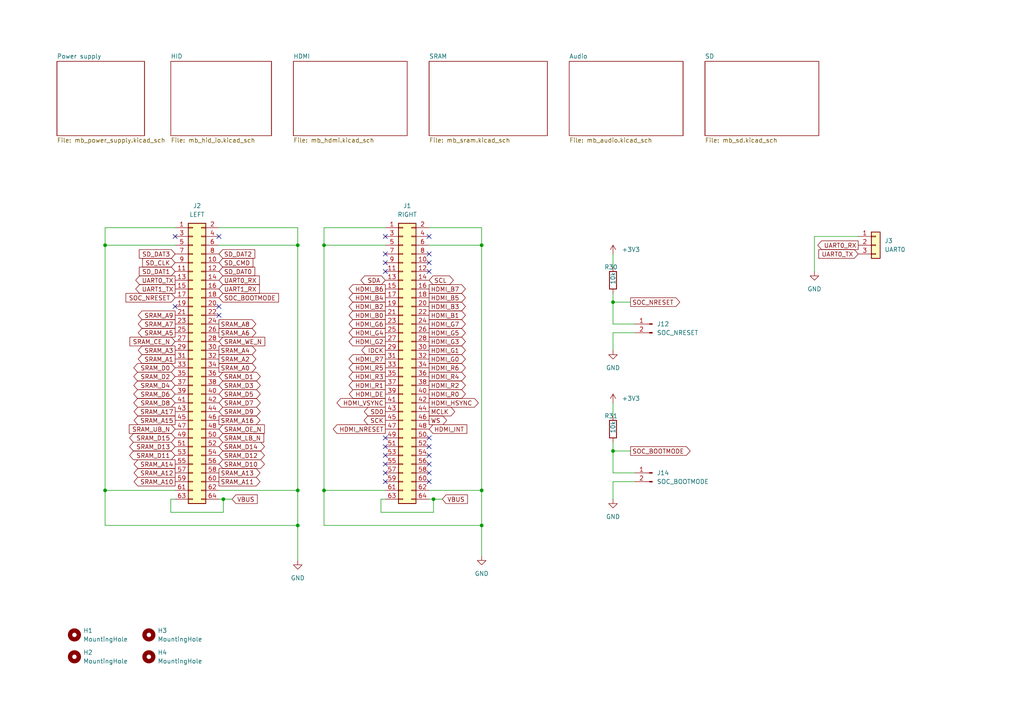
<source format=kicad_sch>
(kicad_sch (version 20211123) (generator eeschema)
  (paper "A4")
  (lib_symbols
    (symbol "Connector:Conn_01x02_Male" (pin_names (offset 1.016) hide)
      (property "Reference" "J" (at 0 2.54 0))
      (property "Value" "Conn_01x02_Male" (at 0 -5.08 0))
      (symbol "Conn_01x02_Male_1_1"
        (polyline (pts (xy 1.27 -2.54) (xy 0.8636 -2.54)) (stroke (width 0.1524)))
        (polyline (pts (xy 1.27 0) (xy 0.8636 0)) (stroke (width 0.1524)))
        (rectangle (start 0.8636 -2.413) (end 0 -2.667) (stroke (width 0.1524)) (fill (type outline)))
        (rectangle (start 0.8636 0.127) (end 0 -0.127) (stroke (width 0.1524)) (fill (type outline)))
        (pin passive line (at 5.08 0 180) (length 3.81) (name "Pin_1") (number "1"))
        (pin passive line (at 5.08 -2.54 180) (length 3.81) (name "Pin_2") (number "2"))
      )
    )
    (symbol "Connector_Generic:Conn_01x03" (pin_names (offset 1.016) hide)
      (property "Reference" "J" (at 0 5.08 0))
      (property "Value" "Conn_01x03" (at 0 -5.08 0))
      (symbol "Conn_01x03_1_1"
        (rectangle (start -1.27 -2.413) (end 0 -2.667) (stroke (width 0.1524)))
        (rectangle (start -1.27 0.127) (end 0 -0.127) (stroke (width 0.1524)))
        (rectangle (start -1.27 2.667) (end 0 2.413) (stroke (width 0.1524)))
        (rectangle (start -1.27 3.81) (end 1.27 -3.81) (stroke (width 0.254)) (fill (type background)))
        (pin passive line (at -5.08 2.54 0) (length 3.81) (name "Pin_1") (number "1"))
        (pin passive line (at -5.08 0 0) (length 3.81) (name "Pin_2") (number "2"))
        (pin passive line (at -5.08 -2.54 0) (length 3.81) (name "Pin_3") (number "3"))
      )
    )
    (symbol "Connector_Generic:Conn_02x32_Odd_Even" (pin_names (offset 1.016) hide)
      (property "Reference" "J" (at 1.27 40.64 0))
      (property "Value" "Conn_02x32_Odd_Even" (at 1.27 -43.18 0))
      (symbol "Conn_02x32_Odd_Even_1_1"
        (rectangle (start -1.27 -40.513) (end 0 -40.767) (stroke (width 0.1524)))
        (rectangle (start -1.27 -37.973) (end 0 -38.227) (stroke (width 0.1524)))
        (rectangle (start -1.27 -35.433) (end 0 -35.687) (stroke (width 0.1524)))
        (rectangle (start -1.27 -32.893) (end 0 -33.147) (stroke (width 0.1524)))
        (rectangle (start -1.27 -30.353) (end 0 -30.607) (stroke (width 0.1524)))
        (rectangle (start -1.27 -27.813) (end 0 -28.067) (stroke (width 0.1524)))
        (rectangle (start -1.27 -25.273) (end 0 -25.527) (stroke (width 0.1524)))
        (rectangle (start -1.27 -22.733) (end 0 -22.987) (stroke (width 0.1524)))
        (rectangle (start -1.27 -20.193) (end 0 -20.447) (stroke (width 0.1524)))
        (rectangle (start -1.27 -17.653) (end 0 -17.907) (stroke (width 0.1524)))
        (rectangle (start -1.27 -15.113) (end 0 -15.367) (stroke (width 0.1524)))
        (rectangle (start -1.27 -12.573) (end 0 -12.827) (stroke (width 0.1524)))
        (rectangle (start -1.27 -10.033) (end 0 -10.287) (stroke (width 0.1524)))
        (rectangle (start -1.27 -7.493) (end 0 -7.747) (stroke (width 0.1524)))
        (rectangle (start -1.27 -4.953) (end 0 -5.207) (stroke (width 0.1524)))
        (rectangle (start -1.27 -2.413) (end 0 -2.667) (stroke (width 0.1524)))
        (rectangle (start -1.27 0.127) (end 0 -0.127) (stroke (width 0.1524)))
        (rectangle (start -1.27 2.667) (end 0 2.413) (stroke (width 0.1524)))
        (rectangle (start -1.27 5.207) (end 0 4.953) (stroke (width 0.1524)))
        (rectangle (start -1.27 7.747) (end 0 7.493) (stroke (width 0.1524)))
        (rectangle (start -1.27 10.287) (end 0 10.033) (stroke (width 0.1524)))
        (rectangle (start -1.27 12.827) (end 0 12.573) (stroke (width 0.1524)))
        (rectangle (start -1.27 15.367) (end 0 15.113) (stroke (width 0.1524)))
        (rectangle (start -1.27 17.907) (end 0 17.653) (stroke (width 0.1524)))
        (rectangle (start -1.27 20.447) (end 0 20.193) (stroke (width 0.1524)))
        (rectangle (start -1.27 22.987) (end 0 22.733) (stroke (width 0.1524)))
        (rectangle (start -1.27 25.527) (end 0 25.273) (stroke (width 0.1524)))
        (rectangle (start -1.27 28.067) (end 0 27.813) (stroke (width 0.1524)))
        (rectangle (start -1.27 30.607) (end 0 30.353) (stroke (width 0.1524)))
        (rectangle (start -1.27 33.147) (end 0 32.893) (stroke (width 0.1524)))
        (rectangle (start -1.27 35.687) (end 0 35.433) (stroke (width 0.1524)))
        (rectangle (start -1.27 38.227) (end 0 37.973) (stroke (width 0.1524)))
        (rectangle (start -1.27 39.37) (end 3.81 -41.91) (stroke (width 0.254)) (fill (type background)))
        (rectangle (start 3.81 -40.513) (end 2.54 -40.767) (stroke (width 0.1524)))
        (rectangle (start 3.81 -37.973) (end 2.54 -38.227) (stroke (width 0.1524)))
        (rectangle (start 3.81 -35.433) (end 2.54 -35.687) (stroke (width 0.1524)))
        (rectangle (start 3.81 -32.893) (end 2.54 -33.147) (stroke (width 0.1524)))
        (rectangle (start 3.81 -30.353) (end 2.54 -30.607) (stroke (width 0.1524)))
        (rectangle (start 3.81 -27.813) (end 2.54 -28.067) (stroke (width 0.1524)))
        (rectangle (start 3.81 -25.273) (end 2.54 -25.527) (stroke (width 0.1524)))
        (rectangle (start 3.81 -22.733) (end 2.54 -22.987) (stroke (width 0.1524)))
        (rectangle (start 3.81 -20.193) (end 2.54 -20.447) (stroke (width 0.1524)))
        (rectangle (start 3.81 -17.653) (end 2.54 -17.907) (stroke (width 0.1524)))
        (rectangle (start 3.81 -15.113) (end 2.54 -15.367) (stroke (width 0.1524)))
        (rectangle (start 3.81 -12.573) (end 2.54 -12.827) (stroke (width 0.1524)))
        (rectangle (start 3.81 -10.033) (end 2.54 -10.287) (stroke (width 0.1524)))
        (rectangle (start 3.81 -7.493) (end 2.54 -7.747) (stroke (width 0.1524)))
        (rectangle (start 3.81 -4.953) (end 2.54 -5.207) (stroke (width 0.1524)))
        (rectangle (start 3.81 -2.413) (end 2.54 -2.667) (stroke (width 0.1524)))
        (rectangle (start 3.81 0.127) (end 2.54 -0.127) (stroke (width 0.1524)))
        (rectangle (start 3.81 2.667) (end 2.54 2.413) (stroke (width 0.1524)))
        (rectangle (start 3.81 5.207) (end 2.54 4.953) (stroke (width 0.1524)))
        (rectangle (start 3.81 7.747) (end 2.54 7.493) (stroke (width 0.1524)))
        (rectangle (start 3.81 10.287) (end 2.54 10.033) (stroke (width 0.1524)))
        (rectangle (start 3.81 12.827) (end 2.54 12.573) (stroke (width 0.1524)))
        (rectangle (start 3.81 15.367) (end 2.54 15.113) (stroke (width 0.1524)))
        (rectangle (start 3.81 17.907) (end 2.54 17.653) (stroke (width 0.1524)))
        (rectangle (start 3.81 20.447) (end 2.54 20.193) (stroke (width 0.1524)))
        (rectangle (start 3.81 22.987) (end 2.54 22.733) (stroke (width 0.1524)))
        (rectangle (start 3.81 25.527) (end 2.54 25.273) (stroke (width 0.1524)))
        (rectangle (start 3.81 28.067) (end 2.54 27.813) (stroke (width 0.1524)))
        (rectangle (start 3.81 30.607) (end 2.54 30.353) (stroke (width 0.1524)))
        (rectangle (start 3.81 33.147) (end 2.54 32.893) (stroke (width 0.1524)))
        (rectangle (start 3.81 35.687) (end 2.54 35.433) (stroke (width 0.1524)))
        (rectangle (start 3.81 38.227) (end 2.54 37.973) (stroke (width 0.1524)))
        (pin passive line (at -5.08 38.1 0) (length 3.81) (name "Pin_1") (number "1"))
        (pin passive line (at 7.62 27.94 180) (length 3.81) (name "Pin_10") (number "10"))
        (pin passive line (at -5.08 25.4 0) (length 3.81) (name "Pin_11") (number "11"))
        (pin passive line (at 7.62 25.4 180) (length 3.81) (name "Pin_12") (number "12"))
        (pin passive line (at -5.08 22.86 0) (length 3.81) (name "Pin_13") (number "13"))
        (pin passive line (at 7.62 22.86 180) (length 3.81) (name "Pin_14") (number "14"))
        (pin passive line (at -5.08 20.32 0) (length 3.81) (name "Pin_15") (number "15"))
        (pin passive line (at 7.62 20.32 180) (length 3.81) (name "Pin_16") (number "16"))
        (pin passive line (at -5.08 17.78 0) (length 3.81) (name "Pin_17") (number "17"))
        (pin passive line (at 7.62 17.78 180) (length 3.81) (name "Pin_18") (number "18"))
        (pin passive line (at -5.08 15.24 0) (length 3.81) (name "Pin_19") (number "19"))
        (pin passive line (at 7.62 38.1 180) (length 3.81) (name "Pin_2") (number "2"))
        (pin passive line (at 7.62 15.24 180) (length 3.81) (name "Pin_20") (number "20"))
        (pin passive line (at -5.08 12.7 0) (length 3.81) (name "Pin_21") (number "21"))
        (pin passive line (at 7.62 12.7 180) (length 3.81) (name "Pin_22") (number "22"))
        (pin passive line (at -5.08 10.16 0) (length 3.81) (name "Pin_23") (number "23"))
        (pin passive line (at 7.62 10.16 180) (length 3.81) (name "Pin_24") (number "24"))
        (pin passive line (at -5.08 7.62 0) (length 3.81) (name "Pin_25") (number "25"))
        (pin passive line (at 7.62 7.62 180) (length 3.81) (name "Pin_26") (number "26"))
        (pin passive line (at -5.08 5.08 0) (length 3.81) (name "Pin_27") (number "27"))
        (pin passive line (at 7.62 5.08 180) (length 3.81) (name "Pin_28") (number "28"))
        (pin passive line (at -5.08 2.54 0) (length 3.81) (name "Pin_29") (number "29"))
        (pin passive line (at -5.08 35.56 0) (length 3.81) (name "Pin_3") (number "3"))
        (pin passive line (at 7.62 2.54 180) (length 3.81) (name "Pin_30") (number "30"))
        (pin passive line (at -5.08 0 0) (length 3.81) (name "Pin_31") (number "31"))
        (pin passive line (at 7.62 0 180) (length 3.81) (name "Pin_32") (number "32"))
        (pin passive line (at -5.08 -2.54 0) (length 3.81) (name "Pin_33") (number "33"))
        (pin passive line (at 7.62 -2.54 180) (length 3.81) (name "Pin_34") (number "34"))
        (pin passive line (at -5.08 -5.08 0) (length 3.81) (name "Pin_35") (number "35"))
        (pin passive line (at 7.62 -5.08 180) (length 3.81) (name "Pin_36") (number "36"))
        (pin passive line (at -5.08 -7.62 0) (length 3.81) (name "Pin_37") (number "37"))
        (pin passive line (at 7.62 -7.62 180) (length 3.81) (name "Pin_38") (number "38"))
        (pin passive line (at -5.08 -10.16 0) (length 3.81) (name "Pin_39") (number "39"))
        (pin passive line (at 7.62 35.56 180) (length 3.81) (name "Pin_4") (number "4"))
        (pin passive line (at 7.62 -10.16 180) (length 3.81) (name "Pin_40") (number "40"))
        (pin passive line (at -5.08 -12.7 0) (length 3.81) (name "Pin_41") (number "41"))
        (pin passive line (at 7.62 -12.7 180) (length 3.81) (name "Pin_42") (number "42"))
        (pin passive line (at -5.08 -15.24 0) (length 3.81) (name "Pin_43") (number "43"))
        (pin passive line (at 7.62 -15.24 180) (length 3.81) (name "Pin_44") (number "44"))
        (pin passive line (at -5.08 -17.78 0) (length 3.81) (name "Pin_45") (number "45"))
        (pin passive line (at 7.62 -17.78 180) (length 3.81) (name "Pin_46") (number "46"))
        (pin passive line (at -5.08 -20.32 0) (length 3.81) (name "Pin_47") (number "47"))
        (pin passive line (at 7.62 -20.32 180) (length 3.81) (name "Pin_48") (number "48"))
        (pin passive line (at -5.08 -22.86 0) (length 3.81) (name "Pin_49") (number "49"))
        (pin passive line (at -5.08 33.02 0) (length 3.81) (name "Pin_5") (number "5"))
        (pin passive line (at 7.62 -22.86 180) (length 3.81) (name "Pin_50") (number "50"))
        (pin passive line (at -5.08 -25.4 0) (length 3.81) (name "Pin_51") (number "51"))
        (pin passive line (at 7.62 -25.4 180) (length 3.81) (name "Pin_52") (number "52"))
        (pin passive line (at -5.08 -27.94 0) (length 3.81) (name "Pin_53") (number "53"))
        (pin passive line (at 7.62 -27.94 180) (length 3.81) (name "Pin_54") (number "54"))
        (pin passive line (at -5.08 -30.48 0) (length 3.81) (name "Pin_55") (number "55"))
        (pin passive line (at 7.62 -30.48 180) (length 3.81) (name "Pin_56") (number "56"))
        (pin passive line (at -5.08 -33.02 0) (length 3.81) (name "Pin_57") (number "57"))
        (pin passive line (at 7.62 -33.02 180) (length 3.81) (name "Pin_58") (number "58"))
        (pin passive line (at -5.08 -35.56 0) (length 3.81) (name "Pin_59") (number "59"))
        (pin passive line (at 7.62 33.02 180) (length 3.81) (name "Pin_6") (number "6"))
        (pin passive line (at 7.62 -35.56 180) (length 3.81) (name "Pin_60") (number "60"))
        (pin passive line (at -5.08 -38.1 0) (length 3.81) (name "Pin_61") (number "61"))
        (pin passive line (at 7.62 -38.1 180) (length 3.81) (name "Pin_62") (number "62"))
        (pin passive line (at -5.08 -40.64 0) (length 3.81) (name "Pin_63") (number "63"))
        (pin passive line (at 7.62 -40.64 180) (length 3.81) (name "Pin_64") (number "64"))
        (pin passive line (at -5.08 30.48 0) (length 3.81) (name "Pin_7") (number "7"))
        (pin passive line (at 7.62 30.48 180) (length 3.81) (name "Pin_8") (number "8"))
        (pin passive line (at -5.08 27.94 0) (length 3.81) (name "Pin_9") (number "9"))
      )
    )
    (symbol "Device:R" (pin_numbers hide) (pin_names (offset 0))
      (property "Reference" "R" (at 2.032 0 90))
      (property "Value" "R" (at 0 0 90))
      (symbol "R_0_1"
        (rectangle (start -1.016 -2.54) (end 1.016 2.54) (stroke (width 0.254)))
      )
      (symbol "R_1_1"
        (pin passive line (at 0 3.81 270) (length 1.27) (name "~") (number "1"))
        (pin passive line (at 0 -3.81 90) (length 1.27) (name "~") (number "2"))
      )
    )
    (symbol "Mechanical:MountingHole" (pin_names (offset 1.016))
      (property "Reference" "H" (at 0 5.08 0))
      (property "Value" "MountingHole" (at 0 3.175 0))
      (symbol "MountingHole_0_1"
        (circle (center 0 0) (radius 1.27) (stroke (width 1.27)))
      )
    )
    (symbol "power:+3.3V" (power) (pin_names (offset 0))
      (property "Value" "+3.3V" (at 0 3.556 0))
      (symbol "+3.3V_0_1"
        (polyline (pts (xy -0.762 1.27) (xy 0 2.54)))
        (polyline (pts (xy 0 0) (xy 0 2.54)))
        (polyline (pts (xy 0 2.54) (xy 0.762 1.27)))
      )
      (symbol "+3.3V_1_1"
        (pin power_in line (at 0 0 90) (length 0) hide (name "+3V3") (number "1"))
      )
    )
    (symbol "power:GND" (power) (pin_names (offset 0))
      (property "Value" "GND" (at 0 -3.81 0))
      (symbol "GND_0_1"
        (polyline (pts (xy 0 0) (xy 0 -1.27) (xy 1.27 -1.27) (xy 0 -2.54) (xy -1.27 -1.27) (xy 0 -1.27)))
      )
      (symbol "GND_1_1"
        (pin power_in line (at 0 0 270) (length 0) hide (name "GND") (number "1"))
      )
    )
  )
  (junction (at 30.48 71.12))
  (junction (at 64.77 144.78))
  (junction (at 139.7 142.24))
  (junction (at 139.7 71.12))
  (junction (at 86.36 142.24))
  (junction (at 86.36 71.12))
  (junction (at 139.7 152.4))
  (junction (at 93.98 142.24))
  (junction (at 86.36 152.4))
  (junction (at 177.8 87.63))
  (junction (at 177.8 130.81))
  (junction (at 93.98 71.12))
  (junction (at 30.48 142.24))
  (junction (at 125.73 144.78))
  (no_connect (at 124.46 127))
  (no_connect (at 111.76 73.66))
  (no_connect (at 124.46 76.2))
  (no_connect (at 50.8 88.9))
  (no_connect (at 124.46 134.62))
  (no_connect (at 63.5 88.9))
  (no_connect (at 111.76 137.16))
  (no_connect (at 111.76 139.7))
  (no_connect (at 111.76 78.74))
  (no_connect (at 124.46 132.08))
  (no_connect (at 124.46 78.74))
  (no_connect (at 124.46 137.16))
  (no_connect (at 124.46 73.66))
  (no_connect (at 111.76 134.62))
  (no_connect (at 124.46 139.7))
  (no_connect (at 111.76 127))
  (no_connect (at 50.8 68.58))
  (no_connect (at 63.5 68.58))
  (no_connect (at 124.46 68.58))
  (no_connect (at 111.76 68.58))
  (no_connect (at 111.76 132.08))
  (no_connect (at 111.76 129.54))
  (no_connect (at 124.46 129.54))
  (no_connect (at 111.76 76.2))
  (no_connect (at 63.5 91.44))
  (wire (pts (xy 184.15 96.52) (xy 177.8 96.52)))
  (wire (pts (xy 67.31 144.78) (xy 64.77 144.78)))
  (wire (pts (xy 177.8 130.81) (xy 182.88 130.81)))
  (wire (pts (xy 93.98 71.12) (xy 111.76 71.12)))
  (wire (pts (xy 177.8 137.16) (xy 177.8 130.81)))
  (wire (pts (xy 86.36 71.12) (xy 86.36 142.24)))
  (wire (pts (xy 86.36 66.04) (xy 86.36 71.12)))
  (wire (pts (xy 139.7 142.24) (xy 124.46 142.24)))
  (wire (pts (xy 49.53 144.78) (xy 49.53 148.59)))
  (wire (pts (xy 139.7 152.4) (xy 139.7 142.24)))
  (wire (pts (xy 30.48 71.12) (xy 30.48 142.24)))
  (wire (pts (xy 30.48 66.04) (xy 50.8 66.04)))
  (wire (pts (xy 236.22 68.58) (xy 248.92 68.58)))
  (wire (pts (xy 30.48 142.24) (xy 30.48 152.4)))
  (wire (pts (xy 184.15 139.7) (xy 177.8 139.7)))
  (wire (pts (xy 30.48 142.24) (xy 50.8 142.24)))
  (wire (pts (xy 86.36 152.4) (xy 86.36 142.24)))
  (wire (pts (xy 49.53 148.59) (xy 64.77 148.59)))
  (wire (pts (xy 139.7 66.04) (xy 139.7 71.12)))
  (wire (pts (xy 110.49 144.78) (xy 110.49 148.59)))
  (wire (pts (xy 111.76 66.04) (xy 93.98 66.04)))
  (wire (pts (xy 177.8 73.66) (xy 177.8 77.47)))
  (wire (pts (xy 64.77 144.78) (xy 63.5 144.78)))
  (wire (pts (xy 111.76 142.24) (xy 93.98 142.24)))
  (wire (pts (xy 177.8 116.84) (xy 177.8 120.65)))
  (wire (pts (xy 86.36 152.4) (xy 86.36 162.56)))
  (wire (pts (xy 111.76 144.78) (xy 110.49 144.78)))
  (wire (pts (xy 124.46 71.12) (xy 139.7 71.12)))
  (wire (pts (xy 30.48 71.12) (xy 50.8 71.12)))
  (wire (pts (xy 63.5 66.04) (xy 86.36 66.04)))
  (wire (pts (xy 93.98 152.4) (xy 139.7 152.4)))
  (wire (pts (xy 125.73 144.78) (xy 128.27 144.78)))
  (wire (pts (xy 124.46 66.04) (xy 139.7 66.04)))
  (wire (pts (xy 177.8 139.7) (xy 177.8 144.78)))
  (wire (pts (xy 30.48 152.4) (xy 86.36 152.4)))
  (wire (pts (xy 177.8 85.09) (xy 177.8 87.63)))
  (wire (pts (xy 50.8 144.78) (xy 49.53 144.78)))
  (wire (pts (xy 236.22 68.58) (xy 236.22 78.74)))
  (wire (pts (xy 177.8 128.27) (xy 177.8 130.81)))
  (wire (pts (xy 93.98 142.24) (xy 93.98 152.4)))
  (wire (pts (xy 110.49 148.59) (xy 125.73 148.59)))
  (wire (pts (xy 125.73 148.59) (xy 125.73 144.78)))
  (wire (pts (xy 177.8 87.63) (xy 182.88 87.63)))
  (wire (pts (xy 93.98 66.04) (xy 93.98 71.12)))
  (wire (pts (xy 177.8 96.52) (xy 177.8 101.6)))
  (wire (pts (xy 177.8 93.98) (xy 177.8 87.63)))
  (wire (pts (xy 124.46 144.78) (xy 125.73 144.78)))
  (wire (pts (xy 139.7 71.12) (xy 139.7 142.24)))
  (wire (pts (xy 63.5 142.24) (xy 86.36 142.24)))
  (wire (pts (xy 93.98 71.12) (xy 93.98 142.24)))
  (wire (pts (xy 139.7 161.29) (xy 139.7 152.4)))
  (wire (pts (xy 30.48 66.04) (xy 30.48 71.12)))
  (wire (pts (xy 63.5 71.12) (xy 86.36 71.12)))
  (wire (pts (xy 184.15 137.16) (xy 177.8 137.16)))
  (wire (pts (xy 184.15 93.98) (xy 177.8 93.98)))
  (wire (pts (xy 64.77 148.59) (xy 64.77 144.78)))
  (global_label "HDMI_G2" (shape output) (at 111.76 99.06 180) (property "Intersheet References" "${INTERSHEET_REFS}" (effects hide)))
  (global_label "VBUS" (shape input) (at 128.27 144.78 0) (property "Intersheet References" "${INTERSHEET_REFS}" (effects hide)))
  (global_label "SCL" (shape bidirectional) (at 124.46 81.28 0) (property "Intersheet References" "${INTERSHEET_REFS}" (effects hide)))
  (global_label "SD_DAT2" (shape input) (at 63.5 73.66 0) (property "Intersheet References" "${INTERSHEET_REFS}" (effects hide)))
  (global_label "SRAM_UB_N" (shape input) (at 50.8 124.46 180) (property "Intersheet References" "${INTERSHEET_REFS}" (effects hide)))
  (global_label "SRAM_D0" (shape bidirectional) (at 50.8 106.68 180) (property "Intersheet References" "${INTERSHEET_REFS}" (effects hide)))
  (global_label "SRAM_LB_N" (shape input) (at 63.5 127 0) (property "Intersheet References" "${INTERSHEET_REFS}" (effects hide)))
  (global_label "SD_DAT0" (shape input) (at 63.5 78.74 0) (property "Intersheet References" "${INTERSHEET_REFS}" (effects hide)))
  (global_label "HDMI_G7" (shape output) (at 124.46 93.98 0) (property "Intersheet References" "${INTERSHEET_REFS}" (effects hide)))
  (global_label "SDA" (shape bidirectional) (at 111.76 81.28 180) (property "Intersheet References" "${INTERSHEET_REFS}" (effects hide)))
  (global_label "SCK" (shape output) (at 111.76 121.92 180) (property "Intersheet References" "${INTERSHEET_REFS}" (effects hide)))
  (global_label "HDMI_B4" (shape output) (at 111.76 86.36 180) (property "Intersheet References" "${INTERSHEET_REFS}" (effects hide)))
  (global_label "MCLK" (shape output) (at 124.46 119.38 0) (property "Intersheet References" "${INTERSHEET_REFS}" (effects hide)))
  (global_label "SRAM_D10" (shape bidirectional) (at 63.5 134.62 0) (property "Intersheet References" "${INTERSHEET_REFS}" (effects hide)))
  (global_label "SOC_BOOTMODE" (shape input) (at 63.5 86.36 0) (property "Intersheet References" "${INTERSHEET_REFS}" (effects hide)))
  (global_label "SRAM_A11" (shape output) (at 63.5 139.7 0) (property "Intersheet References" "${INTERSHEET_REFS}" (effects hide)))
  (global_label "HDMI_B1" (shape output) (at 124.46 91.44 0) (property "Intersheet References" "${INTERSHEET_REFS}" (effects hide)))
  (global_label "SRAM_D13" (shape bidirectional) (at 50.8 129.54 180) (property "Intersheet References" "${INTERSHEET_REFS}" (effects hide)))
  (global_label "SRAM_D1" (shape bidirectional) (at 63.5 109.22 0) (property "Intersheet References" "${INTERSHEET_REFS}" (effects hide)))
  (global_label "SRAM_A4" (shape output) (at 63.5 101.6 0) (property "Intersheet References" "${INTERSHEET_REFS}" (effects hide)))
  (global_label "SRAM_D14" (shape bidirectional) (at 63.5 129.54 0) (property "Intersheet References" "${INTERSHEET_REFS}" (effects hide)))
  (global_label "SRAM_D3" (shape bidirectional) (at 63.5 111.76 0) (property "Intersheet References" "${INTERSHEET_REFS}" (effects hide)))
  (global_label "SRAM_D7" (shape bidirectional) (at 63.5 116.84 0) (property "Intersheet References" "${INTERSHEET_REFS}" (effects hide)))
  (global_label "SRAM_A10" (shape output) (at 50.8 139.7 180) (property "Intersheet References" "${INTERSHEET_REFS}" (effects hide)))
  (global_label "SRAM_A15" (shape output) (at 50.8 121.92 180) (property "Intersheet References" "${INTERSHEET_REFS}" (effects hide)))
  (global_label "SRAM_OE_N" (shape input) (at 63.5 124.46 0) (property "Intersheet References" "${INTERSHEET_REFS}" (effects hide)))
  (global_label "SRAM_A5" (shape output) (at 50.8 96.52 180) (property "Intersheet References" "${INTERSHEET_REFS}" (effects hide)))
  (global_label "HDMI_B5" (shape output) (at 124.46 86.36 0) (property "Intersheet References" "${INTERSHEET_REFS}" (effects hide)))
  (global_label "SRAM_A9" (shape output) (at 50.8 91.44 180) (property "Intersheet References" "${INTERSHEET_REFS}" (effects hide)))
  (global_label "WS" (shape output) (at 124.46 121.92 0) (property "Intersheet References" "${INTERSHEET_REFS}" (effects hide)))
  (global_label "HDMI_G3" (shape output) (at 124.46 99.06 0) (property "Intersheet References" "${INTERSHEET_REFS}" (effects hide)))
  (global_label "SRAM_A8" (shape output) (at 63.5 93.98 0) (property "Intersheet References" "${INTERSHEET_REFS}" (effects hide)))
  (global_label "HDMI_INT" (shape input) (at 124.46 124.46 0) (property "Intersheet References" "${INTERSHEET_REFS}" (effects hide)))
  (global_label "UART1_TX" (shape output) (at 50.8 83.82 180) (property "Intersheet References" "${INTERSHEET_REFS}" (effects hide)))
  (global_label "SRAM_WE_N" (shape input) (at 63.5 99.06 0) (property "Intersheet References" "${INTERSHEET_REFS}" (effects hide)))
  (global_label "SRAM_A12" (shape output) (at 50.8 137.16 180) (property "Intersheet References" "${INTERSHEET_REFS}" (effects hide)))
  (global_label "HDMI_R5" (shape output) (at 111.76 106.68 180) (property "Intersheet References" "${INTERSHEET_REFS}" (effects hide)))
  (global_label "HDMI_R7" (shape output) (at 111.76 104.14 180) (property "Intersheet References" "${INTERSHEET_REFS}" (effects hide)))
  (global_label "HDMI_G4" (shape output) (at 111.76 96.52 180) (property "Intersheet References" "${INTERSHEET_REFS}" (effects hide)))
  (global_label "HDMI_B0" (shape output) (at 111.76 91.44 180) (property "Intersheet References" "${INTERSHEET_REFS}" (effects hide)))
  (global_label "SRAM_A14" (shape output) (at 50.8 134.62 180) (property "Intersheet References" "${INTERSHEET_REFS}" (effects hide)))
  (global_label "HDMI_R0" (shape output) (at 124.46 114.3 0) (property "Intersheet References" "${INTERSHEET_REFS}" (effects hide)))
  (global_label "UART0_RX" (shape input) (at 63.5 81.28 0) (property "Intersheet References" "${INTERSHEET_REFS}" (effects hide)))
  (global_label "HDMI_VSYNC" (shape output) (at 111.76 116.84 180) (property "Intersheet References" "${INTERSHEET_REFS}" (effects hide)))
  (global_label "SRAM_D4" (shape bidirectional) (at 50.8 111.76 180) (property "Intersheet References" "${INTERSHEET_REFS}" (effects hide)))
  (global_label "HDMI_R6" (shape output) (at 124.46 106.68 0) (property "Intersheet References" "${INTERSHEET_REFS}" (effects hide)))
  (global_label "SD_CLK" (shape input) (at 50.8 76.2 180) (property "Intersheet References" "${INTERSHEET_REFS}" (effects hide)))
  (global_label "SRAM_D5" (shape bidirectional) (at 63.5 114.3 0) (property "Intersheet References" "${INTERSHEET_REFS}" (effects hide)))
  (global_label "SRAM_A3" (shape output) (at 50.8 101.6 180) (property "Intersheet References" "${INTERSHEET_REFS}" (effects hide)))
  (global_label "SRAM_D11" (shape bidirectional) (at 50.8 132.08 180) (property "Intersheet References" "${INTERSHEET_REFS}" (effects hide)))
  (global_label "SRAM_A7" (shape output) (at 50.8 93.98 180) (property "Intersheet References" "${INTERSHEET_REFS}" (effects hide)))
  (global_label "HDMI_B6" (shape output) (at 111.76 83.82 180) (property "Intersheet References" "${INTERSHEET_REFS}" (effects hide)))
  (global_label "SRAM_D12" (shape bidirectional) (at 63.5 132.08 0) (property "Intersheet References" "${INTERSHEET_REFS}" (effects hide)))
  (global_label "HDMI_B2" (shape output) (at 111.76 88.9 180) (property "Intersheet References" "${INTERSHEET_REFS}" (effects hide)))
  (global_label "SRAM_D8" (shape bidirectional) (at 50.8 116.84 180) (property "Intersheet References" "${INTERSHEET_REFS}" (effects hide)))
  (global_label "UART1_RX" (shape input) (at 63.5 83.82 0) (property "Intersheet References" "${INTERSHEET_REFS}" (effects hide)))
  (global_label "HDMI_G0" (shape output) (at 124.46 104.14 0) (property "Intersheet References" "${INTERSHEET_REFS}" (effects hide)))
  (global_label "SRAM_A17" (shape output) (at 50.8 119.38 180) (property "Intersheet References" "${INTERSHEET_REFS}" (effects hide)))
  (global_label "SOC_BOOTMODE" (shape output) (at 182.88 130.81 0) (property "Intersheet References" "${INTERSHEET_REFS}" (effects hide)))
  (global_label "HDMI_B3" (shape output) (at 124.46 88.9 0) (property "Intersheet References" "${INTERSHEET_REFS}" (effects hide)))
  (global_label "HDMI_G6" (shape output) (at 111.76 93.98 180) (property "Intersheet References" "${INTERSHEET_REFS}" (effects hide)))
  (global_label "SRAM_A6" (shape output) (at 63.5 96.52 0) (property "Intersheet References" "${INTERSHEET_REFS}" (effects hide)))
  (global_label "HDMI_R3" (shape output) (at 111.76 109.22 180) (property "Intersheet References" "${INTERSHEET_REFS}" (effects hide)))
  (global_label "HDMI_R2" (shape output) (at 124.46 111.76 0) (property "Intersheet References" "${INTERSHEET_REFS}" (effects hide)))
  (global_label "SOC_NRESET" (shape input) (at 50.8 86.36 180) (property "Intersheet References" "${INTERSHEET_REFS}" (effects hide)))
  (global_label "SRAM_D15" (shape bidirectional) (at 50.8 127 180) (property "Intersheet References" "${INTERSHEET_REFS}" (effects hide)))
  (global_label "SD_DAT3" (shape input) (at 50.8 73.66 180) (property "Intersheet References" "${INTERSHEET_REFS}" (effects hide)))
  (global_label "SRAM_CE_N" (shape input) (at 50.8 99.06 180) (property "Intersheet References" "${INTERSHEET_REFS}" (effects hide)))
  (global_label "HDMI_NRESET" (shape output) (at 111.76 124.46 180) (property "Intersheet References" "${INTERSHEET_REFS}" (effects hide)))
  (global_label "HDMI_R4" (shape output) (at 124.46 109.22 0) (property "Intersheet References" "${INTERSHEET_REFS}" (effects hide)))
  (global_label "SRAM_A13" (shape output) (at 63.5 137.16 0) (property "Intersheet References" "${INTERSHEET_REFS}" (effects hide)))
  (global_label "HDMI_DE" (shape output) (at 111.76 114.3 180) (property "Intersheet References" "${INTERSHEET_REFS}" (effects hide)))
  (global_label "SRAM_D9" (shape bidirectional) (at 63.5 119.38 0) (property "Intersheet References" "${INTERSHEET_REFS}" (effects hide)))
  (global_label "SD_CMD" (shape input) (at 63.5 76.2 0) (property "Intersheet References" "${INTERSHEET_REFS}" (effects hide)))
  (global_label "SD_DAT1" (shape input) (at 50.8 78.74 180) (property "Intersheet References" "${INTERSHEET_REFS}" (effects hide)))
  (global_label "SD0" (shape output) (at 111.76 119.38 180) (property "Intersheet References" "${INTERSHEET_REFS}" (effects hide)))
  (global_label "SOC_NRESET" (shape output) (at 182.88 87.63 0) (property "Intersheet References" "${INTERSHEET_REFS}" (effects hide)))
  (global_label "SRAM_A1" (shape output) (at 50.8 104.14 180) (property "Intersheet References" "${INTERSHEET_REFS}" (effects hide)))
  (global_label "HDMI_G5" (shape output) (at 124.46 96.52 0) (property "Intersheet References" "${INTERSHEET_REFS}" (effects hide)))
  (global_label "SRAM_D2" (shape bidirectional) (at 50.8 109.22 180) (property "Intersheet References" "${INTERSHEET_REFS}" (effects hide)))
  (global_label "SRAM_A16" (shape output) (at 63.5 121.92 0) (property "Intersheet References" "${INTERSHEET_REFS}" (effects hide)))
  (global_label "SRAM_D6" (shape bidirectional) (at 50.8 114.3 180) (property "Intersheet References" "${INTERSHEET_REFS}" (effects hide)))
  (global_label "UART0_TX" (shape output) (at 50.8 81.28 180) (property "Intersheet References" "${INTERSHEET_REFS}" (effects hide)))
  (global_label "SRAM_A0" (shape output) (at 63.5 106.68 0) (property "Intersheet References" "${INTERSHEET_REFS}" (effects hide)))
  (global_label "VBUS" (shape input) (at 67.31 144.78 0) (property "Intersheet References" "${INTERSHEET_REFS}" (effects hide)))
  (global_label "UART0_TX" (shape input) (at 248.92 73.66 180) (property "Intersheet References" "${INTERSHEET_REFS}" (effects hide)))
  (global_label "HDMI_R1" (shape output) (at 111.76 111.76 180) (property "Intersheet References" "${INTERSHEET_REFS}" (effects hide)))
  (global_label "SRAM_A2" (shape output) (at 63.5 104.14 0) (property "Intersheet References" "${INTERSHEET_REFS}" (effects hide)))
  (global_label "HDMI_G1" (shape output) (at 124.46 101.6 0) (property "Intersheet References" "${INTERSHEET_REFS}" (effects hide)))
  (global_label "UART0_RX" (shape output) (at 248.92 71.12 180) (property "Intersheet References" "${INTERSHEET_REFS}" (effects hide)))
  (global_label "HDMI_HSYNC" (shape output) (at 124.46 116.84 0) (property "Intersheet References" "${INTERSHEET_REFS}" (effects hide)))
  (global_label "HDMI_B7" (shape output) (at 124.46 83.82 0) (property "Intersheet References" "${INTERSHEET_REFS}" (effects hide)))
  (global_label "IDCK" (shape output) (at 111.76 101.6 180) (property "Intersheet References" "${INTERSHEET_REFS}" (effects hide)))
  (symbol (lib_id "Mechanical:MountingHole") (at 43.18 190.5 0) (unit 1)
    (property "Reference" "H4" (at 45.72 189.2299 0) (effects (justify left)))
    (property "Value" "MountingHole" (at 45.72 191.7699 0) (effects (justify left)))
    (property "Footprint" "MountingHole:MountingHole_3.2mm_M3_Pad_Via" (effects hide))
  )
  (symbol (lib_id "power:GND") (at 139.7 161.29 0) (unit 1)
    (property "Reference" "#PWR0101" (effects hide))
    (property "Value" "GND" (at 139.7 166.37 0))
  )
  (symbol (lib_id "Device:R") (at 177.8 81.28 0) (unit 1)
    (property "Reference" "R30" (at 175.26 77.47 0) (effects (justify left)))
    (property "Value" "10k" (at 177.8 82.55 90) (effects (justify left)))
    (property "Footprint" "Resistor_SMD:R_0805_2012Metric_Pad1.20x1.40mm_HandSolder" (effects hide))
  )
  (symbol (lib_id "power:GND") (at 177.8 144.78 0) (unit 1)
    (property "Reference" "#PWR0184" (effects hide))
    (property "Value" "GND" (at 177.8 149.86 0))
  )
  (symbol (lib_id "Connector_Generic:Conn_02x32_Odd_Even") (at 55.88 104.14 0) (unit 1)
    (property "Reference" "J2" (at 57.15 59.69 0))
    (property "Value" "LEFT" (at 57.15 62.23 0))
    (property "Footprint" "Connector_PinSocket_2.54mm:PinSocket_2x32_P2.54mm_Vertical" (effects hide))
  )
  (symbol (lib_id "power:GND") (at 236.22 78.74 0) (unit 1)
    (property "Reference" "#PWR0103" (effects hide))
    (property "Value" "GND" (at 236.22 83.82 0))
  )
  (symbol (lib_id "Connector:Conn_01x02_Male") (at 189.23 93.98 0) (mirror y) (unit 1)
    (property "Reference" "J12" (at 190.5 93.9799 0) (effects (justify right)))
    (property "Value" "SOC_NRESET" (at 190.5 96.5199 0) (effects (justify right)))
    (property "Footprint" "Connector_PinHeader_2.54mm:PinHeader_1x02_P2.54mm_Vertical" (effects hide))
  )
  (symbol (lib_id "Device:R") (at 177.8 124.46 0) (unit 1)
    (property "Reference" "R31" (at 175.26 120.65 0) (effects (justify left)))
    (property "Value" "10k" (at 177.8 125.73 90) (effects (justify left)))
    (property "Footprint" "Resistor_SMD:R_0805_2012Metric_Pad1.20x1.40mm_HandSolder" (effects hide))
  )
  (symbol (lib_id "Mechanical:MountingHole") (at 21.59 190.5 0) (unit 1)
    (property "Reference" "H2" (at 24.13 189.2299 0) (effects (justify left)))
    (property "Value" "MountingHole" (at 24.13 191.7699 0) (effects (justify left)))
    (property "Footprint" "MountingHole:MountingHole_3.2mm_M3_Pad_Via" (effects hide))
  )
  (symbol (lib_id "power:GND") (at 86.36 162.56 0) (unit 1)
    (property "Reference" "#PWR0102" (effects hide))
    (property "Value" "GND" (at 86.36 167.64 0))
  )
  (symbol (lib_id "Connector_Generic:Conn_01x03") (at 254 71.12 0) (unit 1)
    (property "Reference" "J3" (at 256.54 69.8499 0) (effects (justify left)))
    (property "Value" "UART0" (at 256.54 72.3899 0) (effects (justify left)))
    (property "Footprint" "Connector_PinHeader_2.54mm:PinHeader_1x03_P2.54mm_Vertical" (effects hide))
  )
  (symbol (lib_id "Connector_Generic:Conn_02x32_Odd_Even") (at 116.84 104.14 0) (unit 1)
    (property "Reference" "J1" (at 118.11 59.69 0))
    (property "Value" "RIGHT" (at 118.11 62.23 0))
    (property "Footprint" "Connector_PinSocket_2.54mm:PinSocket_2x32_P2.54mm_Vertical" (effects hide))
  )
  (symbol (lib_id "power:GND") (at 177.8 101.6 0) (unit 1)
    (property "Reference" "#PWR0181" (effects hide))
    (property "Value" "GND" (at 177.8 106.68 0))
  )
  (symbol (lib_id "Mechanical:MountingHole") (at 21.59 184.15 0) (unit 1)
    (property "Reference" "H1" (at 24.13 182.8799 0) (effects (justify left)))
    (property "Value" "MountingHole" (at 24.13 185.4199 0) (effects (justify left)))
    (property "Footprint" "MountingHole:MountingHole_3.2mm_M3_Pad_Via" (effects hide))
  )
  (symbol (lib_id "power:+3.3V") (at 177.8 73.66 0) (unit 1)
    (property "Reference" "#PWR0183" (effects hide))
    (property "Value" "+3.3V" (at 180.34 72.3899 0) (effects (justify left)))
  )
  (symbol (lib_id "Connector:Conn_01x02_Male") (at 189.23 137.16 0) (mirror y) (unit 1)
    (property "Reference" "J14" (at 190.5 137.1599 0) (effects (justify right)))
    (property "Value" "SOC_BOOTMODE" (at 190.5 139.6999 0) (effects (justify right)))
    (property "Footprint" "Connector_PinHeader_2.54mm:PinHeader_1x02_P2.54mm_Vertical" (effects hide))
  )
  (symbol (lib_id "Mechanical:MountingHole") (at 43.18 184.15 0) (unit 1)
    (property "Reference" "H3" (at 45.72 182.8799 0) (effects (justify left)))
    (property "Value" "MountingHole" (at 45.72 185.4199 0) (effects (justify left)))
    (property "Footprint" "MountingHole:MountingHole_3.2mm_M3_Pad_Via" (effects hide))
  )
  (symbol (lib_id "power:+3.3V") (at 177.8 116.84 0) (unit 1)
    (property "Reference" "#PWR0182" (effects hide))
    (property "Value" "+3.3V" (at 180.34 115.5699 0) (effects (justify left)))
  )
  (sheet (at 49.53 17.78) (size 29.21 21.59) (stroke (width 0.1524))
    (property "Sheet name" "HID" (at 49.53 17.0684 0) (effects (justify left bottom)))
    (property "Sheet file" "mb_hid_io.kicad_sch" (at 49.53 39.9546 0) (effects (justify left top)))
  )
  (sheet (at 124.46 17.78) (size 34.29 21.59) (stroke (width 0.1524))
    (property "Sheet name" "SRAM" (at 124.46 17.0684 0) (effects (justify left bottom)))
    (property "Sheet file" "mb_sram.kicad_sch" (at 124.46 39.9546 0) (effects (justify left top)))
  )
  (sheet (at 16.51 17.78) (size 25.4 21.59) (stroke (width 0.1524))
    (property "Sheet name" "Power supply" (at 16.51 17.0684 0) (effects (justify left bottom)))
    (property "Sheet file" "mb_power_supply.kicad_sch" (at 16.51 39.9546 0) (effects (justify left top)))
  )
  (sheet (at 85.09 17.78) (size 33.02 21.59) (stroke (width 0.1524))
    (property "Sheet name" "HDMI" (at 85.09 17.0684 0) (effects (justify left bottom)))
    (property "Sheet file" "mb_hdmi.kicad_sch" (at 85.09 39.9546 0) (effects (justify left top)))
  )
  (sheet (at 165.1 17.78) (size 33.02 21.59) (stroke (width 0.1524))
    (property "Sheet name" "Audio" (at 165.1 17.0684 0) (effects (justify left bottom)))
    (property "Sheet file" "mb_audio.kicad_sch" (at 165.1 39.9546 0) (effects (justify left top)))
  )
  (sheet (at 204.47 17.78) (size 33.02 21.59) (stroke (width 0.1524))
    (property "Sheet name" "SD" (at 204.47 17.0684 0) (effects (justify left bottom)))
    (property "Sheet file" "mb_sd.kicad_sch" (at 204.47 39.9546 0) (effects (justify left top)))
  )
)
</source>
